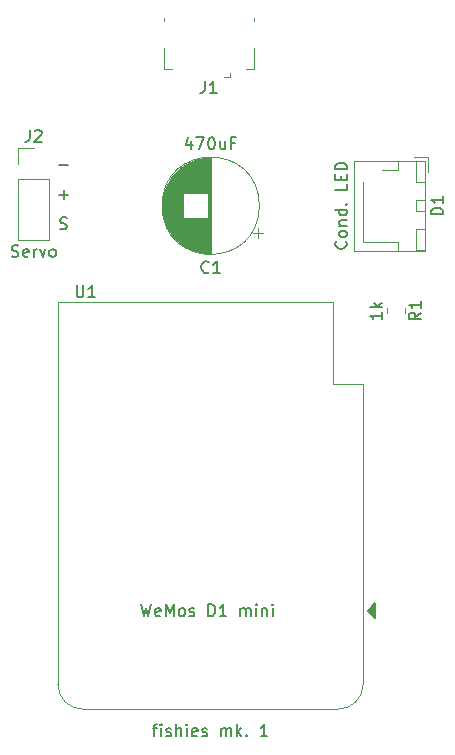
<source format=gto>
%TF.GenerationSoftware,KiCad,Pcbnew,(5.1.10)-1*%
%TF.CreationDate,2021-08-25T17:12:23+08:00*%
%TF.ProjectId,wemos_board,77656d6f-735f-4626-9f61-72642e6b6963,rev?*%
%TF.SameCoordinates,Original*%
%TF.FileFunction,Legend,Top*%
%TF.FilePolarity,Positive*%
%FSLAX46Y46*%
G04 Gerber Fmt 4.6, Leading zero omitted, Abs format (unit mm)*
G04 Created by KiCad (PCBNEW (5.1.10)-1) date 2021-08-25 17:12:23*
%MOMM*%
%LPD*%
G01*
G04 APERTURE LIST*
%ADD10C,0.150000*%
%ADD11C,0.120000*%
%ADD12C,3.200000*%
%ADD13O,2.000000X1.600000*%
%ADD14R,2.000000X2.000000*%
%ADD15R,1.750000X1.900000*%
%ADD16R,0.400000X1.400000*%
%ADD17O,1.050000X1.900000*%
%ADD18R,1.150000X1.450000*%
%ADD19O,2.000000X1.700000*%
%ADD20C,1.200000*%
%ADD21R,1.600000X1.600000*%
%ADD22C,1.600000*%
%ADD23O,1.700000X1.700000*%
%ADD24R,1.700000X1.700000*%
G04 APERTURE END LIST*
D10*
X124635238Y-120435714D02*
X125016190Y-120435714D01*
X124778095Y-121102380D02*
X124778095Y-120245238D01*
X124825714Y-120150000D01*
X124920952Y-120102380D01*
X125016190Y-120102380D01*
X125349523Y-121102380D02*
X125349523Y-120435714D01*
X125349523Y-120102380D02*
X125301904Y-120150000D01*
X125349523Y-120197619D01*
X125397142Y-120150000D01*
X125349523Y-120102380D01*
X125349523Y-120197619D01*
X125778095Y-121054761D02*
X125873333Y-121102380D01*
X126063809Y-121102380D01*
X126159047Y-121054761D01*
X126206666Y-120959523D01*
X126206666Y-120911904D01*
X126159047Y-120816666D01*
X126063809Y-120769047D01*
X125920952Y-120769047D01*
X125825714Y-120721428D01*
X125778095Y-120626190D01*
X125778095Y-120578571D01*
X125825714Y-120483333D01*
X125920952Y-120435714D01*
X126063809Y-120435714D01*
X126159047Y-120483333D01*
X126635238Y-121102380D02*
X126635238Y-120102380D01*
X127063809Y-121102380D02*
X127063809Y-120578571D01*
X127016190Y-120483333D01*
X126920952Y-120435714D01*
X126778095Y-120435714D01*
X126682857Y-120483333D01*
X126635238Y-120530952D01*
X127540000Y-121102380D02*
X127540000Y-120435714D01*
X127540000Y-120102380D02*
X127492380Y-120150000D01*
X127540000Y-120197619D01*
X127587619Y-120150000D01*
X127540000Y-120102380D01*
X127540000Y-120197619D01*
X128397142Y-121054761D02*
X128301904Y-121102380D01*
X128111428Y-121102380D01*
X128016190Y-121054761D01*
X127968571Y-120959523D01*
X127968571Y-120578571D01*
X128016190Y-120483333D01*
X128111428Y-120435714D01*
X128301904Y-120435714D01*
X128397142Y-120483333D01*
X128444761Y-120578571D01*
X128444761Y-120673809D01*
X127968571Y-120769047D01*
X128825714Y-121054761D02*
X128920952Y-121102380D01*
X129111428Y-121102380D01*
X129206666Y-121054761D01*
X129254285Y-120959523D01*
X129254285Y-120911904D01*
X129206666Y-120816666D01*
X129111428Y-120769047D01*
X128968571Y-120769047D01*
X128873333Y-120721428D01*
X128825714Y-120626190D01*
X128825714Y-120578571D01*
X128873333Y-120483333D01*
X128968571Y-120435714D01*
X129111428Y-120435714D01*
X129206666Y-120483333D01*
X130444761Y-121102380D02*
X130444761Y-120435714D01*
X130444761Y-120530952D02*
X130492380Y-120483333D01*
X130587619Y-120435714D01*
X130730476Y-120435714D01*
X130825714Y-120483333D01*
X130873333Y-120578571D01*
X130873333Y-121102380D01*
X130873333Y-120578571D02*
X130920952Y-120483333D01*
X131016190Y-120435714D01*
X131159047Y-120435714D01*
X131254285Y-120483333D01*
X131301904Y-120578571D01*
X131301904Y-121102380D01*
X131778095Y-121102380D02*
X131778095Y-120102380D01*
X131873333Y-120721428D02*
X132159047Y-121102380D01*
X132159047Y-120435714D02*
X131778095Y-120816666D01*
X132587619Y-121007142D02*
X132635238Y-121054761D01*
X132587619Y-121102380D01*
X132540000Y-121054761D01*
X132587619Y-121007142D01*
X132587619Y-121102380D01*
X134349523Y-121102380D02*
X133778095Y-121102380D01*
X134063809Y-121102380D02*
X134063809Y-120102380D01*
X133968571Y-120245238D01*
X133873333Y-120340476D01*
X133778095Y-120388095D01*
X116824285Y-78144761D02*
X116967142Y-78192380D01*
X117205238Y-78192380D01*
X117300476Y-78144761D01*
X117348095Y-78097142D01*
X117395714Y-78001904D01*
X117395714Y-77906666D01*
X117348095Y-77811428D01*
X117300476Y-77763809D01*
X117205238Y-77716190D01*
X117014761Y-77668571D01*
X116919523Y-77620952D01*
X116871904Y-77573333D01*
X116824285Y-77478095D01*
X116824285Y-77382857D01*
X116871904Y-77287619D01*
X116919523Y-77240000D01*
X117014761Y-77192380D01*
X117252857Y-77192380D01*
X117395714Y-77240000D01*
X116729047Y-75271428D02*
X117490952Y-75271428D01*
X117110000Y-75652380D02*
X117110000Y-74890476D01*
X116729047Y-72731428D02*
X117490952Y-72731428D01*
D11*
%TO.C,U1*%
X139930000Y-91270000D02*
X139930000Y-84370000D01*
X142470000Y-91270000D02*
X139930000Y-91270000D01*
D10*
G36*
X143510000Y-111125000D02*
G01*
X143510000Y-109855000D01*
X142875000Y-110490000D01*
X143510000Y-111125000D01*
G37*
X143510000Y-111125000D02*
X143510000Y-109855000D01*
X142875000Y-110490000D01*
X143510000Y-111125000D01*
D11*
X118730000Y-118830000D02*
X140340000Y-118830000D01*
X116610000Y-84370000D02*
X116610000Y-116700000D01*
X142470000Y-91270000D02*
X142470000Y-116700000D01*
X139930000Y-84370000D02*
X116610000Y-84370000D01*
X142470000Y-116700000D02*
G75*
G02*
X140340000Y-118830000I-2130000J0D01*
G01*
X118740000Y-118830000D02*
G75*
G02*
X116610000Y-116700000I0J2130000D01*
G01*
%TO.C,R1*%
X144505000Y-84862936D02*
X144505000Y-85317064D01*
X145975000Y-84862936D02*
X145975000Y-85317064D01*
%TO.C,J1*%
X131164698Y-65310000D02*
X131164698Y-64920000D01*
X131164698Y-65310000D02*
X130714698Y-65310000D01*
X125594698Y-64610000D02*
X126244698Y-64610000D01*
X125594698Y-62880000D02*
X125594698Y-64610000D01*
X133214698Y-60310000D02*
X133214698Y-60520000D01*
X125594698Y-60310000D02*
X125594698Y-60520000D01*
X133214698Y-62880000D02*
X133214698Y-64610000D01*
X133214698Y-64610000D02*
X132554698Y-64610000D01*
%TO.C,D1*%
X147990000Y-72080000D02*
X146740000Y-72080000D01*
X147990000Y-73330000D02*
X147990000Y-72080000D01*
X142490000Y-79230000D02*
X142490000Y-76180000D01*
X145440000Y-79230000D02*
X142490000Y-79230000D01*
X145440000Y-79980000D02*
X145440000Y-79230000D01*
X142490000Y-76180000D02*
X142490000Y-74190000D01*
X145440000Y-73130000D02*
X144100000Y-73130000D01*
X145440000Y-72380000D02*
X145440000Y-73130000D01*
X147690000Y-79980000D02*
X147690000Y-78180000D01*
X146940000Y-79980000D02*
X147690000Y-79980000D01*
X146940000Y-78180000D02*
X146940000Y-79980000D01*
X147690000Y-78180000D02*
X146940000Y-78180000D01*
X147690000Y-74180000D02*
X147690000Y-72380000D01*
X146940000Y-74180000D02*
X147690000Y-74180000D01*
X146940000Y-72380000D02*
X146940000Y-74180000D01*
X147690000Y-72380000D02*
X146940000Y-72380000D01*
X147690000Y-76680000D02*
X147690000Y-75680000D01*
X146940000Y-76680000D02*
X147690000Y-76680000D01*
X146940000Y-75680000D02*
X146940000Y-76680000D01*
X147690000Y-75680000D02*
X146940000Y-75680000D01*
X147700000Y-79990000D02*
X147700000Y-72370000D01*
X141730000Y-79990000D02*
X147700000Y-79990000D01*
X141730000Y-72370000D02*
X141730000Y-79990000D01*
X147700000Y-72370000D02*
X141730000Y-72370000D01*
%TO.C,C1*%
X133569698Y-78915000D02*
X133569698Y-78115000D01*
X133969698Y-78515000D02*
X133169698Y-78515000D01*
X125479000Y-76733000D02*
X125479000Y-75667000D01*
X125519000Y-76968000D02*
X125519000Y-75432000D01*
X125559000Y-77148000D02*
X125559000Y-75252000D01*
X125599000Y-77298000D02*
X125599000Y-75102000D01*
X125639000Y-77429000D02*
X125639000Y-74971000D01*
X125679000Y-77546000D02*
X125679000Y-74854000D01*
X125719000Y-77653000D02*
X125719000Y-74747000D01*
X125759000Y-77752000D02*
X125759000Y-74648000D01*
X125799000Y-77845000D02*
X125799000Y-74555000D01*
X125839000Y-77931000D02*
X125839000Y-74469000D01*
X125879000Y-78013000D02*
X125879000Y-74387000D01*
X125919000Y-78090000D02*
X125919000Y-74310000D01*
X125959000Y-78164000D02*
X125959000Y-74236000D01*
X125999000Y-78234000D02*
X125999000Y-74166000D01*
X126039000Y-78302000D02*
X126039000Y-74098000D01*
X126079000Y-78366000D02*
X126079000Y-74034000D01*
X126119000Y-78428000D02*
X126119000Y-73972000D01*
X126159000Y-78487000D02*
X126159000Y-73913000D01*
X126199000Y-78545000D02*
X126199000Y-73855000D01*
X126239000Y-78600000D02*
X126239000Y-73800000D01*
X126279000Y-78654000D02*
X126279000Y-73746000D01*
X126319000Y-78705000D02*
X126319000Y-73695000D01*
X126359000Y-78756000D02*
X126359000Y-73644000D01*
X126399000Y-78804000D02*
X126399000Y-73596000D01*
X126439000Y-78851000D02*
X126439000Y-73549000D01*
X126479000Y-78897000D02*
X126479000Y-73503000D01*
X126519000Y-78941000D02*
X126519000Y-73459000D01*
X126559000Y-78984000D02*
X126559000Y-73416000D01*
X126599000Y-79026000D02*
X126599000Y-73374000D01*
X126639000Y-79067000D02*
X126639000Y-73333000D01*
X126679000Y-79107000D02*
X126679000Y-73293000D01*
X126719000Y-79145000D02*
X126719000Y-73255000D01*
X126759000Y-79183000D02*
X126759000Y-73217000D01*
X126799000Y-79219000D02*
X126799000Y-73181000D01*
X126839000Y-79255000D02*
X126839000Y-73145000D01*
X126879000Y-79290000D02*
X126879000Y-73110000D01*
X126919000Y-79324000D02*
X126919000Y-73076000D01*
X126959000Y-79356000D02*
X126959000Y-73044000D01*
X126999000Y-79389000D02*
X126999000Y-73011000D01*
X127039000Y-79420000D02*
X127039000Y-72980000D01*
X127079000Y-79450000D02*
X127079000Y-72950000D01*
X127119000Y-79480000D02*
X127119000Y-72920000D01*
X127159000Y-79509000D02*
X127159000Y-72891000D01*
X127199000Y-79538000D02*
X127199000Y-72862000D01*
X127239000Y-79565000D02*
X127239000Y-72835000D01*
X127279000Y-75160000D02*
X127279000Y-72808000D01*
X127279000Y-79592000D02*
X127279000Y-77240000D01*
X127319000Y-75160000D02*
X127319000Y-72782000D01*
X127319000Y-79618000D02*
X127319000Y-77240000D01*
X127359000Y-75160000D02*
X127359000Y-72756000D01*
X127359000Y-79644000D02*
X127359000Y-77240000D01*
X127399000Y-75160000D02*
X127399000Y-72731000D01*
X127399000Y-79669000D02*
X127399000Y-77240000D01*
X127439000Y-75160000D02*
X127439000Y-72707000D01*
X127439000Y-79693000D02*
X127439000Y-77240000D01*
X127479000Y-75160000D02*
X127479000Y-72683000D01*
X127479000Y-79717000D02*
X127479000Y-77240000D01*
X127519000Y-75160000D02*
X127519000Y-72660000D01*
X127519000Y-79740000D02*
X127519000Y-77240000D01*
X127559000Y-75160000D02*
X127559000Y-72638000D01*
X127559000Y-79762000D02*
X127559000Y-77240000D01*
X127599000Y-75160000D02*
X127599000Y-72616000D01*
X127599000Y-79784000D02*
X127599000Y-77240000D01*
X127639000Y-75160000D02*
X127639000Y-72594000D01*
X127639000Y-79806000D02*
X127639000Y-77240000D01*
X127679000Y-75160000D02*
X127679000Y-72573000D01*
X127679000Y-79827000D02*
X127679000Y-77240000D01*
X127719000Y-75160000D02*
X127719000Y-72553000D01*
X127719000Y-79847000D02*
X127719000Y-77240000D01*
X127759000Y-75160000D02*
X127759000Y-72534000D01*
X127759000Y-79866000D02*
X127759000Y-77240000D01*
X127799000Y-75160000D02*
X127799000Y-72514000D01*
X127799000Y-79886000D02*
X127799000Y-77240000D01*
X127839000Y-75160000D02*
X127839000Y-72496000D01*
X127839000Y-79904000D02*
X127839000Y-77240000D01*
X127879000Y-75160000D02*
X127879000Y-72478000D01*
X127879000Y-79922000D02*
X127879000Y-77240000D01*
X127919000Y-75160000D02*
X127919000Y-72460000D01*
X127919000Y-79940000D02*
X127919000Y-77240000D01*
X127959000Y-75160000D02*
X127959000Y-72443000D01*
X127959000Y-79957000D02*
X127959000Y-77240000D01*
X127999000Y-75160000D02*
X127999000Y-72426000D01*
X127999000Y-79974000D02*
X127999000Y-77240000D01*
X128039000Y-75160000D02*
X128039000Y-72410000D01*
X128039000Y-79990000D02*
X128039000Y-77240000D01*
X128079000Y-75160000D02*
X128079000Y-72395000D01*
X128079000Y-80005000D02*
X128079000Y-77240000D01*
X128119000Y-75160000D02*
X128119000Y-72379000D01*
X128119000Y-80021000D02*
X128119000Y-77240000D01*
X128159000Y-75160000D02*
X128159000Y-72365000D01*
X128159000Y-80035000D02*
X128159000Y-77240000D01*
X128199000Y-75160000D02*
X128199000Y-72350000D01*
X128199000Y-80050000D02*
X128199000Y-77240000D01*
X128239000Y-75160000D02*
X128239000Y-72337000D01*
X128239000Y-80063000D02*
X128239000Y-77240000D01*
X128279000Y-75160000D02*
X128279000Y-72323000D01*
X128279000Y-80077000D02*
X128279000Y-77240000D01*
X128319000Y-75160000D02*
X128319000Y-72311000D01*
X128319000Y-80089000D02*
X128319000Y-77240000D01*
X128359000Y-75160000D02*
X128359000Y-72298000D01*
X128359000Y-80102000D02*
X128359000Y-77240000D01*
X128399000Y-75160000D02*
X128399000Y-72286000D01*
X128399000Y-80114000D02*
X128399000Y-77240000D01*
X128439000Y-75160000D02*
X128439000Y-72275000D01*
X128439000Y-80125000D02*
X128439000Y-77240000D01*
X128479000Y-75160000D02*
X128479000Y-72264000D01*
X128479000Y-80136000D02*
X128479000Y-77240000D01*
X128519000Y-75160000D02*
X128519000Y-72253000D01*
X128519000Y-80147000D02*
X128519000Y-77240000D01*
X128559000Y-75160000D02*
X128559000Y-72243000D01*
X128559000Y-80157000D02*
X128559000Y-77240000D01*
X128599000Y-75160000D02*
X128599000Y-72233000D01*
X128599000Y-80167000D02*
X128599000Y-77240000D01*
X128639000Y-75160000D02*
X128639000Y-72224000D01*
X128639000Y-80176000D02*
X128639000Y-77240000D01*
X128679000Y-75160000D02*
X128679000Y-72215000D01*
X128679000Y-80185000D02*
X128679000Y-77240000D01*
X128719000Y-75160000D02*
X128719000Y-72206000D01*
X128719000Y-80194000D02*
X128719000Y-77240000D01*
X128759000Y-75160000D02*
X128759000Y-72198000D01*
X128759000Y-80202000D02*
X128759000Y-77240000D01*
X128799000Y-75160000D02*
X128799000Y-72190000D01*
X128799000Y-80210000D02*
X128799000Y-77240000D01*
X128839000Y-75160000D02*
X128839000Y-72183000D01*
X128839000Y-80217000D02*
X128839000Y-77240000D01*
X128880000Y-75160000D02*
X128880000Y-72176000D01*
X128880000Y-80224000D02*
X128880000Y-77240000D01*
X128920000Y-75160000D02*
X128920000Y-72170000D01*
X128920000Y-80230000D02*
X128920000Y-77240000D01*
X128960000Y-75160000D02*
X128960000Y-72163000D01*
X128960000Y-80237000D02*
X128960000Y-77240000D01*
X129000000Y-75160000D02*
X129000000Y-72158000D01*
X129000000Y-80242000D02*
X129000000Y-77240000D01*
X129040000Y-75160000D02*
X129040000Y-72152000D01*
X129040000Y-80248000D02*
X129040000Y-77240000D01*
X129080000Y-75160000D02*
X129080000Y-72148000D01*
X129080000Y-80252000D02*
X129080000Y-77240000D01*
X129120000Y-75160000D02*
X129120000Y-72143000D01*
X129120000Y-80257000D02*
X129120000Y-77240000D01*
X129160000Y-75160000D02*
X129160000Y-72139000D01*
X129160000Y-80261000D02*
X129160000Y-77240000D01*
X129200000Y-75160000D02*
X129200000Y-72135000D01*
X129200000Y-80265000D02*
X129200000Y-77240000D01*
X129240000Y-75160000D02*
X129240000Y-72132000D01*
X129240000Y-80268000D02*
X129240000Y-77240000D01*
X129280000Y-75160000D02*
X129280000Y-72129000D01*
X129280000Y-80271000D02*
X129280000Y-77240000D01*
X129320000Y-75160000D02*
X129320000Y-72126000D01*
X129320000Y-80274000D02*
X129320000Y-77240000D01*
X129360000Y-80276000D02*
X129360000Y-72124000D01*
X129400000Y-80277000D02*
X129400000Y-72123000D01*
X129440000Y-80279000D02*
X129440000Y-72121000D01*
X129480000Y-80280000D02*
X129480000Y-72120000D01*
X129520000Y-80280000D02*
X129520000Y-72120000D01*
X129560000Y-80280000D02*
X129560000Y-72120000D01*
X133680000Y-76200000D02*
G75*
G03*
X133680000Y-76200000I-4120000J0D01*
G01*
%TO.C,J2*%
X113240000Y-79070000D02*
X115900000Y-79070000D01*
X113240000Y-73930000D02*
X113240000Y-79070000D01*
X115900000Y-73930000D02*
X115900000Y-79070000D01*
X113240000Y-73930000D02*
X115900000Y-73930000D01*
X113240000Y-72660000D02*
X113240000Y-71330000D01*
X113240000Y-71330000D02*
X114570000Y-71330000D01*
%TO.C,U1*%
D10*
X118208095Y-82942380D02*
X118208095Y-83751904D01*
X118255714Y-83847142D01*
X118303333Y-83894761D01*
X118398571Y-83942380D01*
X118589047Y-83942380D01*
X118684285Y-83894761D01*
X118731904Y-83847142D01*
X118779523Y-83751904D01*
X118779523Y-82942380D01*
X119779523Y-83942380D02*
X119208095Y-83942380D01*
X119493809Y-83942380D02*
X119493809Y-82942380D01*
X119398571Y-83085238D01*
X119303333Y-83180476D01*
X119208095Y-83228095D01*
X123650952Y-109942380D02*
X123889047Y-110942380D01*
X124079523Y-110228095D01*
X124270000Y-110942380D01*
X124508095Y-109942380D01*
X125270000Y-110894761D02*
X125174761Y-110942380D01*
X124984285Y-110942380D01*
X124889047Y-110894761D01*
X124841428Y-110799523D01*
X124841428Y-110418571D01*
X124889047Y-110323333D01*
X124984285Y-110275714D01*
X125174761Y-110275714D01*
X125270000Y-110323333D01*
X125317619Y-110418571D01*
X125317619Y-110513809D01*
X124841428Y-110609047D01*
X125746190Y-110942380D02*
X125746190Y-109942380D01*
X126079523Y-110656666D01*
X126412857Y-109942380D01*
X126412857Y-110942380D01*
X127031904Y-110942380D02*
X126936666Y-110894761D01*
X126889047Y-110847142D01*
X126841428Y-110751904D01*
X126841428Y-110466190D01*
X126889047Y-110370952D01*
X126936666Y-110323333D01*
X127031904Y-110275714D01*
X127174761Y-110275714D01*
X127270000Y-110323333D01*
X127317619Y-110370952D01*
X127365238Y-110466190D01*
X127365238Y-110751904D01*
X127317619Y-110847142D01*
X127270000Y-110894761D01*
X127174761Y-110942380D01*
X127031904Y-110942380D01*
X127746190Y-110894761D02*
X127841428Y-110942380D01*
X128031904Y-110942380D01*
X128127142Y-110894761D01*
X128174761Y-110799523D01*
X128174761Y-110751904D01*
X128127142Y-110656666D01*
X128031904Y-110609047D01*
X127889047Y-110609047D01*
X127793809Y-110561428D01*
X127746190Y-110466190D01*
X127746190Y-110418571D01*
X127793809Y-110323333D01*
X127889047Y-110275714D01*
X128031904Y-110275714D01*
X128127142Y-110323333D01*
X129365238Y-110942380D02*
X129365238Y-109942380D01*
X129603333Y-109942380D01*
X129746190Y-109990000D01*
X129841428Y-110085238D01*
X129889047Y-110180476D01*
X129936666Y-110370952D01*
X129936666Y-110513809D01*
X129889047Y-110704285D01*
X129841428Y-110799523D01*
X129746190Y-110894761D01*
X129603333Y-110942380D01*
X129365238Y-110942380D01*
X130889047Y-110942380D02*
X130317619Y-110942380D01*
X130603333Y-110942380D02*
X130603333Y-109942380D01*
X130508095Y-110085238D01*
X130412857Y-110180476D01*
X130317619Y-110228095D01*
X132079523Y-110942380D02*
X132079523Y-110275714D01*
X132079523Y-110370952D02*
X132127142Y-110323333D01*
X132222380Y-110275714D01*
X132365238Y-110275714D01*
X132460476Y-110323333D01*
X132508095Y-110418571D01*
X132508095Y-110942380D01*
X132508095Y-110418571D02*
X132555714Y-110323333D01*
X132650952Y-110275714D01*
X132793809Y-110275714D01*
X132889047Y-110323333D01*
X132936666Y-110418571D01*
X132936666Y-110942380D01*
X133412857Y-110942380D02*
X133412857Y-110275714D01*
X133412857Y-109942380D02*
X133365238Y-109990000D01*
X133412857Y-110037619D01*
X133460476Y-109990000D01*
X133412857Y-109942380D01*
X133412857Y-110037619D01*
X133889047Y-110275714D02*
X133889047Y-110942380D01*
X133889047Y-110370952D02*
X133936666Y-110323333D01*
X134031904Y-110275714D01*
X134174761Y-110275714D01*
X134270000Y-110323333D01*
X134317619Y-110418571D01*
X134317619Y-110942380D01*
X134793809Y-110942380D02*
X134793809Y-110275714D01*
X134793809Y-109942380D02*
X134746190Y-109990000D01*
X134793809Y-110037619D01*
X134841428Y-109990000D01*
X134793809Y-109942380D01*
X134793809Y-110037619D01*
%TO.C,R1*%
X147342380Y-85256666D02*
X146866190Y-85590000D01*
X147342380Y-85828095D02*
X146342380Y-85828095D01*
X146342380Y-85447142D01*
X146390000Y-85351904D01*
X146437619Y-85304285D01*
X146532857Y-85256666D01*
X146675714Y-85256666D01*
X146770952Y-85304285D01*
X146818571Y-85351904D01*
X146866190Y-85447142D01*
X146866190Y-85828095D01*
X147342380Y-84304285D02*
X147342380Y-84875714D01*
X147342380Y-84590000D02*
X146342380Y-84590000D01*
X146485238Y-84685238D01*
X146580476Y-84780476D01*
X146628095Y-84875714D01*
X144042380Y-85209047D02*
X144042380Y-85780476D01*
X144042380Y-85494761D02*
X143042380Y-85494761D01*
X143185238Y-85590000D01*
X143280476Y-85685238D01*
X143328095Y-85780476D01*
X144042380Y-84780476D02*
X143042380Y-84780476D01*
X143661428Y-84685238D02*
X144042380Y-84399523D01*
X143375714Y-84399523D02*
X143756666Y-84780476D01*
%TO.C,J1*%
X129071364Y-65652380D02*
X129071364Y-66366666D01*
X129023745Y-66509523D01*
X128928507Y-66604761D01*
X128785650Y-66652380D01*
X128690412Y-66652380D01*
X130071364Y-66652380D02*
X129499936Y-66652380D01*
X129785650Y-66652380D02*
X129785650Y-65652380D01*
X129690412Y-65795238D01*
X129595174Y-65890476D01*
X129499936Y-65938095D01*
%TO.C,D1*%
X149242380Y-76918095D02*
X148242380Y-76918095D01*
X148242380Y-76680000D01*
X148290000Y-76537142D01*
X148385238Y-76441904D01*
X148480476Y-76394285D01*
X148670952Y-76346666D01*
X148813809Y-76346666D01*
X149004285Y-76394285D01*
X149099523Y-76441904D01*
X149194761Y-76537142D01*
X149242380Y-76680000D01*
X149242380Y-76918095D01*
X149242380Y-75394285D02*
X149242380Y-75965714D01*
X149242380Y-75680000D02*
X148242380Y-75680000D01*
X148385238Y-75775238D01*
X148480476Y-75870476D01*
X148528095Y-75965714D01*
X140997142Y-79203809D02*
X141044761Y-79251428D01*
X141092380Y-79394285D01*
X141092380Y-79489523D01*
X141044761Y-79632380D01*
X140949523Y-79727619D01*
X140854285Y-79775238D01*
X140663809Y-79822857D01*
X140520952Y-79822857D01*
X140330476Y-79775238D01*
X140235238Y-79727619D01*
X140140000Y-79632380D01*
X140092380Y-79489523D01*
X140092380Y-79394285D01*
X140140000Y-79251428D01*
X140187619Y-79203809D01*
X141092380Y-78632380D02*
X141044761Y-78727619D01*
X140997142Y-78775238D01*
X140901904Y-78822857D01*
X140616190Y-78822857D01*
X140520952Y-78775238D01*
X140473333Y-78727619D01*
X140425714Y-78632380D01*
X140425714Y-78489523D01*
X140473333Y-78394285D01*
X140520952Y-78346666D01*
X140616190Y-78299047D01*
X140901904Y-78299047D01*
X140997142Y-78346666D01*
X141044761Y-78394285D01*
X141092380Y-78489523D01*
X141092380Y-78632380D01*
X140425714Y-77870476D02*
X141092380Y-77870476D01*
X140520952Y-77870476D02*
X140473333Y-77822857D01*
X140425714Y-77727619D01*
X140425714Y-77584761D01*
X140473333Y-77489523D01*
X140568571Y-77441904D01*
X141092380Y-77441904D01*
X141092380Y-76537142D02*
X140092380Y-76537142D01*
X141044761Y-76537142D02*
X141092380Y-76632380D01*
X141092380Y-76822857D01*
X141044761Y-76918095D01*
X140997142Y-76965714D01*
X140901904Y-77013333D01*
X140616190Y-77013333D01*
X140520952Y-76965714D01*
X140473333Y-76918095D01*
X140425714Y-76822857D01*
X140425714Y-76632380D01*
X140473333Y-76537142D01*
X140997142Y-76060952D02*
X141044761Y-76013333D01*
X141092380Y-76060952D01*
X141044761Y-76108571D01*
X140997142Y-76060952D01*
X141092380Y-76060952D01*
X141092380Y-74346666D02*
X141092380Y-74822857D01*
X140092380Y-74822857D01*
X140568571Y-74013333D02*
X140568571Y-73680000D01*
X141092380Y-73537142D02*
X141092380Y-74013333D01*
X140092380Y-74013333D01*
X140092380Y-73537142D01*
X141092380Y-73108571D02*
X140092380Y-73108571D01*
X140092380Y-72870476D01*
X140140000Y-72727619D01*
X140235238Y-72632380D01*
X140330476Y-72584761D01*
X140520952Y-72537142D01*
X140663809Y-72537142D01*
X140854285Y-72584761D01*
X140949523Y-72632380D01*
X141044761Y-72727619D01*
X141092380Y-72870476D01*
X141092380Y-73108571D01*
%TO.C,C1*%
X129393333Y-81807142D02*
X129345714Y-81854761D01*
X129202857Y-81902380D01*
X129107619Y-81902380D01*
X128964761Y-81854761D01*
X128869523Y-81759523D01*
X128821904Y-81664285D01*
X128774285Y-81473809D01*
X128774285Y-81330952D01*
X128821904Y-81140476D01*
X128869523Y-81045238D01*
X128964761Y-80950000D01*
X129107619Y-80902380D01*
X129202857Y-80902380D01*
X129345714Y-80950000D01*
X129393333Y-80997619D01*
X130345714Y-81902380D02*
X129774285Y-81902380D01*
X130060000Y-81902380D02*
X130060000Y-80902380D01*
X129964761Y-81045238D01*
X129869523Y-81140476D01*
X129774285Y-81188095D01*
X127917142Y-70735714D02*
X127917142Y-71402380D01*
X127679047Y-70354761D02*
X127440952Y-71069047D01*
X128060000Y-71069047D01*
X128345714Y-70402380D02*
X129012380Y-70402380D01*
X128583809Y-71402380D01*
X129583809Y-70402380D02*
X129679047Y-70402380D01*
X129774285Y-70450000D01*
X129821904Y-70497619D01*
X129869523Y-70592857D01*
X129917142Y-70783333D01*
X129917142Y-71021428D01*
X129869523Y-71211904D01*
X129821904Y-71307142D01*
X129774285Y-71354761D01*
X129679047Y-71402380D01*
X129583809Y-71402380D01*
X129488571Y-71354761D01*
X129440952Y-71307142D01*
X129393333Y-71211904D01*
X129345714Y-71021428D01*
X129345714Y-70783333D01*
X129393333Y-70592857D01*
X129440952Y-70497619D01*
X129488571Y-70450000D01*
X129583809Y-70402380D01*
X130774285Y-70735714D02*
X130774285Y-71402380D01*
X130345714Y-70735714D02*
X130345714Y-71259523D01*
X130393333Y-71354761D01*
X130488571Y-71402380D01*
X130631428Y-71402380D01*
X130726666Y-71354761D01*
X130774285Y-71307142D01*
X131583809Y-70878571D02*
X131250476Y-70878571D01*
X131250476Y-71402380D02*
X131250476Y-70402380D01*
X131726666Y-70402380D01*
%TO.C,J2*%
X114236666Y-69782380D02*
X114236666Y-70496666D01*
X114189047Y-70639523D01*
X114093809Y-70734761D01*
X113950952Y-70782380D01*
X113855714Y-70782380D01*
X114665238Y-69877619D02*
X114712857Y-69830000D01*
X114808095Y-69782380D01*
X115046190Y-69782380D01*
X115141428Y-69830000D01*
X115189047Y-69877619D01*
X115236666Y-69972857D01*
X115236666Y-70068095D01*
X115189047Y-70210952D01*
X114617619Y-70782380D01*
X115236666Y-70782380D01*
X112712857Y-80474761D02*
X112855714Y-80522380D01*
X113093809Y-80522380D01*
X113189047Y-80474761D01*
X113236666Y-80427142D01*
X113284285Y-80331904D01*
X113284285Y-80236666D01*
X113236666Y-80141428D01*
X113189047Y-80093809D01*
X113093809Y-80046190D01*
X112903333Y-79998571D01*
X112808095Y-79950952D01*
X112760476Y-79903333D01*
X112712857Y-79808095D01*
X112712857Y-79712857D01*
X112760476Y-79617619D01*
X112808095Y-79570000D01*
X112903333Y-79522380D01*
X113141428Y-79522380D01*
X113284285Y-79570000D01*
X114093809Y-80474761D02*
X113998571Y-80522380D01*
X113808095Y-80522380D01*
X113712857Y-80474761D01*
X113665238Y-80379523D01*
X113665238Y-79998571D01*
X113712857Y-79903333D01*
X113808095Y-79855714D01*
X113998571Y-79855714D01*
X114093809Y-79903333D01*
X114141428Y-79998571D01*
X114141428Y-80093809D01*
X113665238Y-80189047D01*
X114570000Y-80522380D02*
X114570000Y-79855714D01*
X114570000Y-80046190D02*
X114617619Y-79950952D01*
X114665238Y-79903333D01*
X114760476Y-79855714D01*
X114855714Y-79855714D01*
X115093809Y-79855714D02*
X115331904Y-80522380D01*
X115570000Y-79855714D01*
X116093809Y-80522380D02*
X115998571Y-80474761D01*
X115950952Y-80427142D01*
X115903333Y-80331904D01*
X115903333Y-80046190D01*
X115950952Y-79950952D01*
X115998571Y-79903333D01*
X116093809Y-79855714D01*
X116236666Y-79855714D01*
X116331904Y-79903333D01*
X116379523Y-79950952D01*
X116427142Y-80046190D01*
X116427142Y-80331904D01*
X116379523Y-80427142D01*
X116331904Y-80474761D01*
X116236666Y-80522380D01*
X116093809Y-80522380D01*
%TD*%
%LPC*%
D12*
%TO.C,REF\u002A\u002A*%
X115000000Y-120000000D03*
%TD*%
%TO.C,REF\u002A\u002A*%
X145000000Y-120000000D03*
%TD*%
%TO.C,REF\u002A\u002A*%
X115000000Y-65000000D03*
%TD*%
%TO.C,REF\u002A\u002A*%
X145000000Y-65000000D03*
%TD*%
D13*
%TO.C,U1*%
X140970000Y-107950000D03*
D14*
X140970000Y-110490000D03*
D13*
X140970000Y-105410000D03*
X140970000Y-102870000D03*
X140970000Y-100330000D03*
X140970000Y-97790000D03*
X140970000Y-95250000D03*
X140970000Y-92710000D03*
X118110000Y-92710000D03*
X118110000Y-95250000D03*
X118110000Y-97790000D03*
X118110000Y-100330000D03*
X118110000Y-102870000D03*
X118110000Y-105410000D03*
X118110000Y-107950000D03*
X118110000Y-110490000D03*
%TD*%
%TO.C,R1*%
G36*
G01*
X144789999Y-83490000D02*
X145690001Y-83490000D01*
G75*
G02*
X145940000Y-83739999I0J-249999D01*
G01*
X145940000Y-84440001D01*
G75*
G02*
X145690001Y-84690000I-249999J0D01*
G01*
X144789999Y-84690000D01*
G75*
G02*
X144540000Y-84440001I0J249999D01*
G01*
X144540000Y-83739999D01*
G75*
G02*
X144789999Y-83490000I249999J0D01*
G01*
G37*
G36*
G01*
X144789999Y-85490000D02*
X145690001Y-85490000D01*
G75*
G02*
X145940000Y-85739999I0J-249999D01*
G01*
X145940000Y-86440001D01*
G75*
G02*
X145690001Y-86690000I-249999J0D01*
G01*
X144789999Y-86690000D01*
G75*
G02*
X144540000Y-86440001I0J249999D01*
G01*
X144540000Y-85739999D01*
G75*
G02*
X144789999Y-85490000I249999J0D01*
G01*
G37*
%TD*%
D15*
%TO.C,J1*%
X128279698Y-61700000D03*
D16*
X130054698Y-64350000D03*
X130704698Y-64350000D03*
X128104698Y-64350000D03*
X128754698Y-64350000D03*
X129404698Y-64350000D03*
D15*
X130529698Y-61700000D03*
D17*
X132979698Y-61700000D03*
X125829698Y-61700000D03*
D18*
X127084698Y-63930000D03*
X131724698Y-63930000D03*
%TD*%
%TO.C,D1*%
G36*
G01*
X144490000Y-74080000D02*
X145990000Y-74080000D01*
G75*
G02*
X146240000Y-74330000I0J-250000D01*
G01*
X146240000Y-75530000D01*
G75*
G02*
X145990000Y-75780000I-250000J0D01*
G01*
X144490000Y-75780000D01*
G75*
G02*
X144240000Y-75530000I0J250000D01*
G01*
X144240000Y-74330000D01*
G75*
G02*
X144490000Y-74080000I250000J0D01*
G01*
G37*
D19*
X145240000Y-77430000D03*
D20*
X143240000Y-73330000D03*
%TD*%
D21*
%TO.C,C1*%
X130810000Y-76200000D03*
D22*
X128310000Y-76200000D03*
%TD*%
D23*
%TO.C,J2*%
X114570000Y-77740000D03*
X114570000Y-75200000D03*
D24*
X114570000Y-72660000D03*
%TD*%
M02*

</source>
